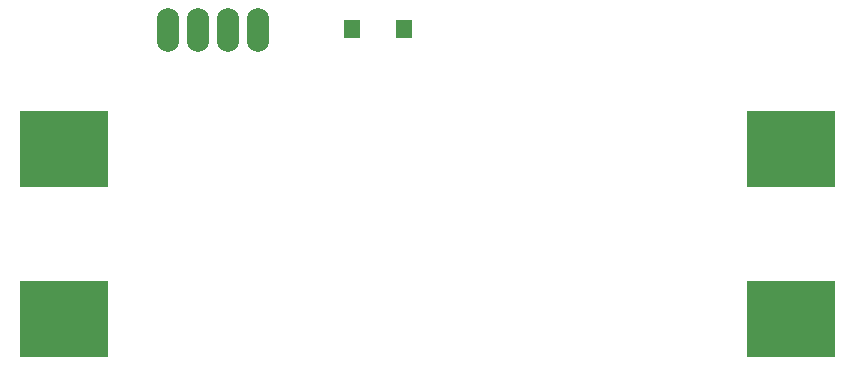
<source format=gbs>
G04 Layer: BottomSolderMaskLayer*
G04 EasyEDA v6.5.47, 2024-12-05 11:28:38*
G04 e01d2f149ab64b4ea65648a7afd3b608,d06a1f6f384c4cbbbfe4d72778ff38a8,10*
G04 Gerber Generator version 0.2*
G04 Scale: 100 percent, Rotated: No, Reflected: No *
G04 Dimensions in millimeters *
G04 leading zeros omitted , absolute positions ,4 integer and 5 decimal *
%FSLAX45Y45*%
%MOMM*%

%AMMACRO1*4,1,8,-0.6361,-0.7308,-0.6659,-0.7008,-0.6659,0.701,-0.6361,0.7308,0.6359,0.7308,0.6659,0.701,0.6659,-0.7008,0.6359,-0.7308,-0.6361,-0.7308,0*%
%AMMACRO2*4,1,8,-3.6909,-3.2249,-3.7201,-3.1954,-3.7201,3.1957,-3.6909,3.2249,3.6906,3.2249,3.7201,3.1957,3.7201,-3.1954,3.6906,-3.2249,-3.6909,-3.2249,0*%
%AMMACRO3*4,1,8,-3.6909,-3.225,-3.7201,-3.1956,-3.7201,3.1958,-3.6909,3.225,3.6906,3.225,3.7201,3.1958,3.7201,-3.1956,3.6906,-3.225,-3.6909,-3.225,0*%
%ADD10MACRO1*%
%ADD11O,1.9015964X3.7015928000000002*%
%ADD12MACRO2*%
%ADD13MACRO3*%

%LPD*%
D10*
G01*
X3291903Y-228600D03*
G01*
X2854896Y-228600D03*
D11*
G01*
X2057400Y-241300D03*
G01*
X1803400Y-241300D03*
G01*
X1549400Y-241300D03*
G01*
X1295400Y-241300D03*
D12*
G01*
X6568490Y-1247508D03*
D13*
G01*
X416509Y-1247521D03*
G01*
X416509Y-2689504D03*
G01*
X6568490Y-2689504D03*
M02*

</source>
